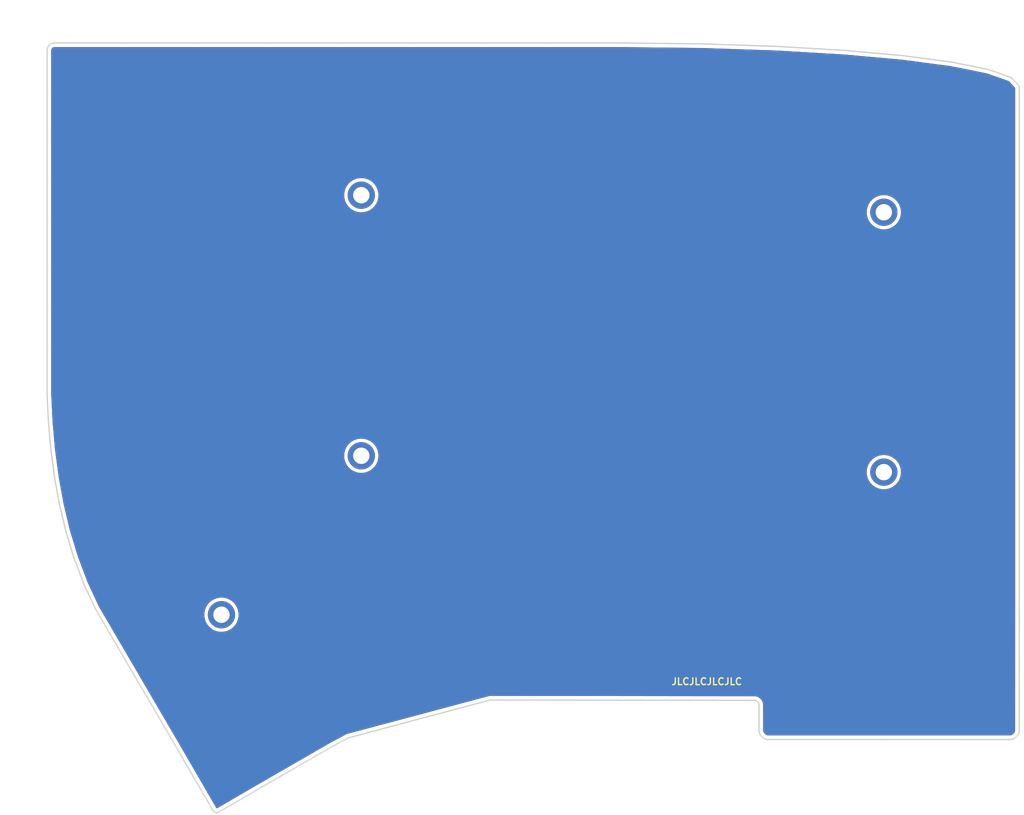
<source format=kicad_pcb>
(kicad_pcb (version 20171130) (host pcbnew "(5.1.5)-3")

  (general
    (thickness 1.6)
    (drawings 94)
    (tracks 0)
    (zones 0)
    (modules 5)
    (nets 1)
  )

  (page A4)
  (layers
    (0 F.Cu signal)
    (31 B.Cu signal)
    (32 B.Adhes user)
    (33 F.Adhes user)
    (34 B.Paste user)
    (35 F.Paste user)
    (36 B.SilkS user)
    (37 F.SilkS user)
    (38 B.Mask user)
    (39 F.Mask user)
    (40 Dwgs.User user)
    (41 Cmts.User user)
    (42 Eco1.User user)
    (43 Eco2.User user)
    (44 Edge.Cuts user)
    (45 Margin user)
    (46 B.CrtYd user)
    (47 F.CrtYd user)
    (48 B.Fab user)
    (49 F.Fab user)
  )

  (setup
    (last_trace_width 0.25)
    (user_trace_width 0.25)
    (user_trace_width 0.5)
    (trace_clearance 0.2)
    (zone_clearance 0.508)
    (zone_45_only no)
    (trace_min 0.2)
    (via_size 0.4)
    (via_drill 0.3)
    (via_min_size 0.3)
    (via_min_drill 0.3)
    (uvia_size 0.3)
    (uvia_drill 0.1)
    (uvias_allowed no)
    (uvia_min_size 0.2)
    (uvia_min_drill 0.1)
    (edge_width 0.15)
    (segment_width 0.2)
    (pcb_text_width 0.3)
    (pcb_text_size 1.5 1.5)
    (mod_edge_width 0.15)
    (mod_text_size 1 1)
    (mod_text_width 0.15)
    (pad_size 3.9878 3.9878)
    (pad_drill 3.9878)
    (pad_to_mask_clearance 0.2)
    (aux_axis_origin 0 0)
    (visible_elements 7FFFFFFF)
    (pcbplotparams
      (layerselection 0x010f0_ffffffff)
      (usegerberextensions true)
      (usegerberattributes false)
      (usegerberadvancedattributes false)
      (creategerberjobfile false)
      (excludeedgelayer false)
      (linewidth 0.100000)
      (plotframeref true)
      (viasonmask false)
      (mode 1)
      (useauxorigin false)
      (hpglpennumber 1)
      (hpglpenspeed 20)
      (hpglpendiameter 15.000000)
      (psnegative false)
      (psa4output false)
      (plotreference true)
      (plotvalue true)
      (plotinvisibletext false)
      (padsonsilk false)
      (subtractmaskfromsilk false)
      (outputformat 1)
      (mirror false)
      (drillshape 0)
      (scaleselection 1)
      (outputdirectory "gerber_BOTTOM/"))
  )

  (net 0 "")

  (net_class Default "これは標準のネット クラスです。"
    (clearance 0.2)
    (trace_width 0.25)
    (via_dia 0.4)
    (via_drill 0.3)
    (uvia_dia 0.3)
    (uvia_drill 0.1)
  )

  (net_class GND ""
    (clearance 0.2)
    (trace_width 0.5)
    (via_dia 0.4)
    (via_drill 0.3)
    (uvia_dia 0.3)
    (uvia_drill 0.1)
  )

  (net_class VCC ""
    (clearance 0.2)
    (trace_width 0.5)
    (via_dia 0.4)
    (via_drill 0.3)
    (uvia_dia 0.3)
    (uvia_drill 0.1)
  )

  (module Lily58_Pro-footprint:M2_HOLE_PCB (layer F.Cu) (tedit 5BA4F97A) (tstamp 5EB324C5)
    (at 129 59.4)
    (path /5B74DA95)
    (fp_text reference TH3 (at 0 -2.54) (layer F.SilkS) hide
      (effects (font (size 0.29972 0.29972) (thickness 0.0762)))
    )
    (fp_text value HOLE (at 0 2.54) (layer F.SilkS) hide
      (effects (font (size 0.29972 0.29972) (thickness 0.0762)))
    )
    (pad "" thru_hole circle (at 0 0) (size 4 4) (drill 2.4) (layers *.Cu *.Mask))
  )

  (module Lily58_Pro-footprint:M2_HOLE_PCB (layer F.Cu) (tedit 5BA4F97A) (tstamp 5EB324C9)
    (at 205.6 61.9)
    (path /5B74D1C0)
    (fp_text reference TH4 (at 0 -2.54) (layer F.SilkS) hide
      (effects (font (size 0.29972 0.29972) (thickness 0.0762)))
    )
    (fp_text value HOLE (at 0 2.54) (layer F.SilkS) hide
      (effects (font (size 0.29972 0.29972) (thickness 0.0762)))
    )
    (pad "" thru_hole circle (at 0 0) (size 4 4) (drill 2.4) (layers *.Cu *.Mask))
  )

  (module Lily58_Pro-footprint:M2_HOLE_PCB (layer F.Cu) (tedit 5BA4F97A) (tstamp 5EB324CD)
    (at 129 97.6)
    (path /5B74D78B)
    (fp_text reference TH5 (at 0 -2.54) (layer F.SilkS) hide
      (effects (font (size 0.29972 0.29972) (thickness 0.0762)))
    )
    (fp_text value HOLE (at 0 2.54) (layer F.SilkS) hide
      (effects (font (size 0.29972 0.29972) (thickness 0.0762)))
    )
    (pad "" thru_hole circle (at 0 0) (size 4 4) (drill 2.4) (layers *.Cu *.Mask))
  )

  (module Lily58_Pro-footprint:M2_HOLE_PCB (layer F.Cu) (tedit 5BA4F97A) (tstamp 5EB324D1)
    (at 205.6 100)
    (path /5B74D88C)
    (fp_text reference TH6 (at 0 -2.54) (layer F.SilkS) hide
      (effects (font (size 0.29972 0.29972) (thickness 0.0762)))
    )
    (fp_text value HOLE (at 0 2.54) (layer F.SilkS) hide
      (effects (font (size 0.29972 0.29972) (thickness 0.0762)))
    )
    (pad "" thru_hole circle (at 0 0) (size 4 4) (drill 2.4) (layers *.Cu *.Mask))
  )

  (module Lily58_Pro-footprint:M2_HOLE_PCB (layer F.Cu) (tedit 5BA4F97A) (tstamp 5EB324D5)
    (at 108.5 120.9 90)
    (path /5B74D98F)
    (fp_text reference TH7 (at 0 -2.54 90) (layer F.SilkS) hide
      (effects (font (size 0.29972 0.29972) (thickness 0.0762)))
    )
    (fp_text value HOLE (at 0 2.54 90) (layer F.SilkS) hide
      (effects (font (size 0.29972 0.29972) (thickness 0.0762)))
    )
    (pad "" thru_hole circle (at 0 0 90) (size 4 4) (drill 2.4) (layers *.Cu *.Mask))
  )

  (gr_text JLCJLCJLCJLC (at 179.65 130.7) (layer F.SilkS)
    (effects (font (size 1 1) (thickness 0.2)))
  )
  (gr_line (start 187.714087 138.785913) (end 187.530998 138.56396) (layer Edge.Cuts) (width 0.2) (tstamp 5EC17280))
  (gr_line (start 188.472504 139.194553) (end 188.190848 139.107217) (layer Edge.Cuts) (width 0.2) (tstamp 5EC1727F))
  (gr_line (start 187.530998 138.56396) (end 187.392782 138.309152) (layer Edge.Cuts) (width 0.2) (tstamp 5EC1727E))
  (gr_line (start 188.190848 139.107217) (end 187.936039 138.969001) (layer Edge.Cuts) (width 0.2) (tstamp 5EC1727D))
  (gr_line (start 187.392782 138.309152) (end 187.305447 138.027496) (layer Edge.Cuts) (width 0.2) (tstamp 5EC1727C))
  (gr_line (start 188.75 139.2) (end 188.472504 139.194553) (layer Edge.Cuts) (width 0.2) (tstamp 5EC1727B))
  (gr_line (start 187.936039 138.969001) (end 187.714087 138.785913) (layer Edge.Cuts) (width 0.2) (tstamp 5EC1727A))
  (gr_arc (start 186.6 134.15) (end 187.3 134.15) (angle -85.2) (layer Edge.Cuts) (width 0.2))
  (gr_line (start 124.667888 140.255128) (end 127.1 138.95) (layer Edge.Cuts) (width 0.2) (tstamp 5EC171C9))
  (gr_line (start 120.963416 142.391346) (end 124.667888 140.255128) (layer Edge.Cuts) (width 0.2) (tstamp 5EC171C7))
  (gr_line (start 117.258944 144.527564) (end 120.963416 142.391346) (layer Edge.Cuts) (width 0.2) (tstamp 5EC171C4))
  (gr_line (start 113.554472 146.663782) (end 117.258944 144.527564) (layer Edge.Cuts) (width 0.2) (tstamp 5EC171C2))
  (gr_line (start 225.459999 119.289735) (end 225.45 137.75) (layer Edge.Cuts) (width 0.2) (tstamp 5EC0B029))
  (gr_line (start 204.85 139.2) (end 224.277496 139.194553) (layer Edge.Cuts) (width 0.2) (tstamp 5EC0B022))
  (gr_line (start 225.357217 138.309152) (end 225.219001 138.563961) (layer Edge.Cuts) (width 0.2) (tstamp 5EC0B044))
  (gr_line (start 224.559152 139.107218) (end 224.277496 139.194553) (layer Edge.Cuts) (width 0.2) (tstamp 5EC0B04D))
  (gr_line (start 224.81396 138.969002) (end 224.559152 139.107218) (layer Edge.Cuts) (width 0.2) (tstamp 5EC0B050))
  (gr_line (start 225.035913 138.785913) (end 224.81396 138.969002) (layer Edge.Cuts) (width 0.2) (tstamp 5EC0B041))
  (gr_line (start 225.444553 138.027496) (end 225.357217 138.309152) (layer Edge.Cuts) (width 0.2) (tstamp 5EC0B047))
  (gr_line (start 225.219001 138.563961) (end 225.035913 138.785913) (layer Edge.Cuts) (width 0.2) (tstamp 5EC0B053))
  (gr_line (start 225.45 137.75) (end 225.444553 138.027496) (layer Edge.Cuts) (width 0.2) (tstamp 5EC0B04A))
  (gr_line (start 127.1 138.95) (end 147.9 133.4) (layer Edge.Cuts) (width 0.2) (tstamp 5EC0A14E))
  (gr_line (start 187.3 134.15) (end 187.305447 138.027496) (layer Edge.Cuts) (width 0.2) (tstamp 5EBFE3CE))
  (gr_line (start 147.9 133.4) (end 186.658574 133.452455) (layer Edge.Cuts) (width 0.2) (tstamp 5EBFCB54))
  (gr_line (start 109.882452 148.801617) (end 113.554472 146.663782) (layer Edge.Cuts) (width 0.2) (tstamp 5EBFB4AB))
  (gr_line (start 188.75 139.2) (end 204.85 139.2) (layer Edge.Cuts) (width 0.2) (tstamp 5EBFB1B0))
  (gr_line (start 82.937528 50.750629) (end 82.937528 44.443695) (layer Edge.Cuts) (width 0.2))
  (gr_line (start 82.937528 57.057562) (end 82.937528 50.750629) (layer Edge.Cuts) (width 0.2))
  (gr_line (start 115.211711 37.086762) (end 104.803877 37.086762) (layer Edge.Cuts) (width 0.2))
  (gr_line (start 199.807654 38.170488) (end 189.919538 37.585374) (layer Edge.Cuts) (width 0.2))
  (gr_line (start 208.420758 38.945561) (end 199.807654 38.170488) (layer Edge.Cuts) (width 0.2))
  (gr_line (start 215.525697 39.885159) (end 208.420758 38.945561) (layer Edge.Cuts) (width 0.2))
  (gr_line (start 220.889319 40.963847) (end 215.525697 39.885159) (layer Edge.Cuts) (width 0.2))
  (gr_line (start 178.989563 37.215654) (end 167.250881 37.086762) (layer Edge.Cuts) (width 0.2))
  (gr_line (start 189.919538 37.585374) (end 178.989563 37.215654) (layer Edge.Cuts) (width 0.2))
  (gr_line (start 225.46 52.918378) (end 225.46 62.4) (layer Edge.Cuts) (width 0.2))
  (gr_line (start 225.46 43.436755) (end 225.46 52.918378) (layer Edge.Cuts) (width 0.2))
  (gr_line (start 82.937528 69.671429) (end 82.937528 63.364495) (layer Edge.Cuts) (width 0.2))
  (gr_line (start 82.937528 75.978362) (end 82.937528 69.671429) (layer Edge.Cuts) (width 0.2))
  (gr_line (start 82.937528 82.285296) (end 82.937528 75.978362) (layer Edge.Cuts) (width 0.2))
  (gr_line (start 82.937528 88.592229) (end 82.937528 82.285296) (layer Edge.Cuts) (width 0.2))
  (gr_line (start 104.803877 37.086762) (end 94.396044 37.086762) (layer Edge.Cuts) (width 0.2))
  (gr_line (start 125.619545 37.086762) (end 115.211711 37.086762) (layer Edge.Cuts) (width 0.2))
  (gr_line (start 136.027379 37.086762) (end 125.619545 37.086762) (layer Edge.Cuts) (width 0.2))
  (gr_line (start 146.435213 37.086762) (end 136.027379 37.086762) (layer Edge.Cuts) (width 0.2))
  (gr_line (start 156.843047 37.086762) (end 146.435213 37.086762) (layer Edge.Cuts) (width 0.2))
  (gr_line (start 167.250881 37.086762) (end 156.843047 37.086762) (layer Edge.Cuts) (width 0.2))
  (gr_line (start 83.400937 37.265961) (end 83.579303 37.16921) (layer Edge.Cuts) (width 0.2))
  (gr_line (start 83.24557 37.394123) (end 83.400937 37.265961) (layer Edge.Cuts) (width 0.2))
  (gr_line (start 83.117409 37.549489) (end 83.24557 37.394123) (layer Edge.Cuts) (width 0.2))
  (gr_line (start 83.020657 37.727855) (end 83.117409 37.549489) (layer Edge.Cuts) (width 0.2))
  (gr_line (start 82.959523 37.925015) (end 83.020657 37.727855) (layer Edge.Cuts) (width 0.2))
  (gr_line (start 82.93821 38.136762) (end 82.959523 37.925015) (layer Edge.Cuts) (width 0.2))
  (gr_line (start 83.776462 37.108075) (end 83.98821 37.086762) (layer Edge.Cuts) (width 0.2))
  (gr_line (start 83.579303 37.16921) (end 83.776462 37.108075) (layer Edge.Cuts) (width 0.2))
  (gr_line (start 94.396044 37.086762) (end 83.98821 37.086762) (layer Edge.Cuts) (width 0.2))
  (gr_line (start 82.937528 63.364495) (end 82.937528 57.057562) (layer Edge.Cuts) (width 0.2))
  (gr_line (start 82.937528 44.443695) (end 82.937528 38.136762) (layer Edge.Cuts) (width 0.2))
  (gr_line (start 88.291758 116.318073) (end 89.993333 119.98954) (layer Edge.Cuts) (width 0.2))
  (gr_line (start 86.863105 112.53067) (end 88.291758 116.318073) (layer Edge.Cuts) (width 0.2))
  (gr_line (start 85.688004 108.649127) (end 86.863105 112.53067) (layer Edge.Cuts) (width 0.2))
  (gr_line (start 84.747083 104.695246) (end 85.688004 108.649127) (layer Edge.Cuts) (width 0.2))
  (gr_line (start 84.020972 100.690825) (end 84.747083 104.695246) (layer Edge.Cuts) (width 0.2))
  (gr_line (start 83.490297 96.657663) (end 84.020972 100.690825) (layer Edge.Cuts) (width 0.2))
  (gr_line (start 83.13569 92.617561) (end 83.490297 96.657663) (layer Edge.Cuts) (width 0.2))
  (gr_line (start 82.937777 88.592317) (end 83.13569 92.617561) (layer Edge.Cuts) (width 0.2))
  (gr_line (start 108.038864 149.857278) (end 108.206758 149.771756) (layer Edge.Cuts) (width 0.2) (tstamp 5EBFCE00))
  (gr_line (start 107.880206 149.904468) (end 108.038864 149.857278) (layer Edge.Cuts) (width 0.2) (tstamp 5EBFCE06))
  (gr_line (start 107.731252 149.913974) (end 107.880206 149.904468) (layer Edge.Cuts) (width 0.2) (tstamp 5EBFCE03))
  (gr_line (start 107.59247 149.886445) (end 107.731252 149.913974) (layer Edge.Cuts) (width 0.2) (tstamp 5EBFCDFA))
  (gr_line (start 107.464328 149.822532) (end 107.59247 149.886445) (layer Edge.Cuts) (width 0.2) (tstamp 5EBFCDFD))
  (gr_line (start 107.347295 149.722884) (end 107.464328 149.822532) (layer Edge.Cuts) (width 0.2) (tstamp 5EBFCDF7))
  (gr_line (start 107.241837 149.58815) (end 107.347295 149.722884) (layer Edge.Cuts) (width 0.2) (tstamp 5EBFCDF4))
  (gr_line (start 107.148425 149.418979) (end 107.241837 149.58815) (layer Edge.Cuts) (width 0.2) (tstamp 5EBFCDF1))
  (gr_line (start 108.206758 149.771756) (end 109.882452 148.801617) (layer Edge.Cuts) (width 0.2))
  (gr_line (start 101.72273 140.052659) (end 107.148425 149.418979) (layer Edge.Cuts) (width 0.2))
  (gr_line (start 100.047036 137.18634) (end 101.72273 140.052659) (layer Edge.Cuts) (width 0.2))
  (gr_line (start 98.371341 134.32002) (end 100.047036 137.18634) (layer Edge.Cuts) (width 0.2))
  (gr_line (start 96.695647 131.453701) (end 98.371341 134.32002) (layer Edge.Cuts) (width 0.2))
  (gr_line (start 95.019952 128.587381) (end 96.695647 131.453701) (layer Edge.Cuts) (width 0.2))
  (gr_line (start 93.344258 125.721062) (end 95.019952 128.587381) (layer Edge.Cuts) (width 0.2))
  (gr_line (start 91.668563 122.854742) (end 93.344258 125.721062) (layer Edge.Cuts) (width 0.2))
  (gr_line (start 89.992869 119.988423) (end 91.668563 122.854742) (layer Edge.Cuts) (width 0.2))
  (gr_line (start 224.278471 42.15619) (end 220.889319 40.963847) (layer Edge.Cuts) (width 0.2))
  (gr_line (start 225.46 43.436755) (end 224.278471 42.15619) (layer Edge.Cuts) (width 0.2))
  (gr_line (start 225.46 109.808112) (end 225.46 119.289735) (layer Edge.Cuts) (width 0.2))
  (gr_line (start 225.46 100.32649) (end 225.46 109.808112) (layer Edge.Cuts) (width 0.2))
  (gr_line (start 225.46 90.844867) (end 225.46 100.32649) (layer Edge.Cuts) (width 0.2))
  (gr_line (start 225.46 81.363245) (end 225.46 90.844867) (layer Edge.Cuts) (width 0.2))
  (gr_line (start 225.46 71.881623) (end 225.46 81.363245) (layer Edge.Cuts) (width 0.2))
  (gr_line (start 225.46 62.4) (end 225.46 71.881623) (layer Edge.Cuts) (width 0.2))
  (dimension 112.999378 (width 0.3) (layer Eco1.User)
    (gr_text "112.999 mm" (at 77.970326 93.495729 270.0605174) (layer Eco1.User)
      (effects (font (size 1.5 1.5) (thickness 0.3)))
    )
    (feature1 (pts (xy 83.13 149.99) (xy 79.543581 149.993788)))
    (feature2 (pts (xy 83.010647 36.990685) (xy 79.424228 36.994473)))
    (crossbar (pts (xy 80.010649 36.993854) (xy 80.130002 149.993169)))
    (arrow1a (pts (xy 80.130002 149.993169) (xy 79.542392 148.867285)))
    (arrow1b (pts (xy 80.130002 149.993169) (xy 80.715233 148.866046)))
    (arrow2a (pts (xy 80.010649 36.993854) (xy 79.425418 38.120977)))
    (arrow2b (pts (xy 80.010649 36.993854) (xy 80.598259 38.119738)))
  )
  (dimension 143 (width 0.3) (layer Eco1.User)
    (gr_text "143.000 mm" (at 154.5 31.888589) (layer Eco1.User)
      (effects (font (size 1.5 1.5) (thickness 0.3)))
    )
    (feature1 (pts (xy 226 36.988589) (xy 226 33.402168)))
    (feature2 (pts (xy 83 36.988589) (xy 83 33.402168)))
    (crossbar (pts (xy 83 33.988589) (xy 226 33.988589)))
    (arrow1a (pts (xy 226 33.988589) (xy 224.873496 34.57501)))
    (arrow1b (pts (xy 226 33.988589) (xy 224.873496 33.402168)))
    (arrow2a (pts (xy 83 33.988589) (xy 84.126504 34.57501)))
    (arrow2b (pts (xy 83 33.988589) (xy 84.126504 33.402168)))
  )

  (zone (net 0) (net_name "") (layer F.Cu) (tstamp 5EC10DF7) (hatch edge 0.508)
    (connect_pads (clearance 0.508))
    (min_thickness 0.254)
    (fill yes (arc_segments 16) (thermal_gap 0.508) (thermal_bridge_width 0.508))
    (polygon
      (pts
        (xy 83 37) (xy 225.4 37) (xy 225.4 120.5) (xy 225.55 138.5) (xy 224.6 139.3)
        (xy 206.45 139.3) (xy 187.2 139.3) (xy 187.2 134.1) (xy 186.7 133.55) (xy 147.95 133.5)
        (xy 127.15 139.05) (xy 107.55 150.25) (xy 90 119.6) (xy 83 102.6)
      )
    )
    (filled_polygon
      (pts
        (xy 178.973109 37.950518) (xy 189.885418 38.31964) (xy 199.752993 38.903539) (xy 208.339593 39.676226) (xy 215.404929 40.610587)
        (xy 220.693942 41.67427) (xy 223.862183 42.788894) (xy 224.725 43.724033) (xy 224.725001 52.882264) (xy 224.725 52.882274)
        (xy 224.725001 62.363886) (xy 224.725 62.363896) (xy 224.725001 71.845509) (xy 224.725 71.845519) (xy 224.725001 81.327131)
        (xy 224.725 81.327141) (xy 224.725001 90.808753) (xy 224.725 90.808763) (xy 224.725001 100.290376) (xy 224.725 100.290386)
        (xy 224.725001 109.771998) (xy 224.725 109.772008) (xy 224.725001 119.286472) (xy 224.715004 137.742605) (xy 224.711735 137.909121)
        (xy 224.676631 138.022331) (xy 224.606805 138.151059) (xy 224.513803 138.263804) (xy 224.401059 138.356806) (xy 224.272333 138.426631)
        (xy 224.166058 138.459584) (xy 204.852917 138.465) (xy 188.757174 138.465) (xy 188.590879 138.461735) (xy 188.477669 138.426631)
        (xy 188.348941 138.356805) (xy 188.236196 138.263803) (xy 188.143194 138.151059) (xy 188.073369 138.022333) (xy 188.04029 137.915651)
        (xy 188.034948 134.112863) (xy 188.03283 134.091662) (xy 188.028782 134.023528) (xy 188.020559 133.971605) (xy 188.015063 133.919321)
        (xy 188.012929 133.909283) (xy 187.983592 133.775854) (xy 187.962992 133.712454) (xy 187.943308 133.648865) (xy 187.939266 133.639432)
        (xy 187.884572 133.514242) (xy 187.852058 133.456066) (xy 187.820386 133.397489) (xy 187.814593 133.389029) (xy 187.81459 133.389024)
        (xy 187.814587 133.38902) (xy 187.736619 133.27684) (xy 187.693446 133.226113) (xy 187.650984 133.174784) (xy 187.643652 133.167603)
        (xy 187.545379 133.072702) (xy 187.493163 133.031316) (xy 187.441545 132.989217) (xy 187.432958 132.983597) (xy 187.318123 132.909591)
        (xy 187.25881 132.879109) (xy 187.200051 132.847866) (xy 187.190537 132.844021) (xy 187.063515 132.79373) (xy 186.999474 132.775367)
        (xy 186.935708 132.756115) (xy 186.925628 132.754192) (xy 186.83263 132.737124) (xy 186.803638 132.728286) (xy 186.695673 132.717505)
        (xy 147.912904 132.665017) (xy 147.852468 132.662975) (xy 147.804885 132.67078) (xy 147.756896 132.675441) (xy 147.699014 132.692914)
        (xy 126.932801 138.233899) (xy 126.884448 138.243599) (xy 126.829616 138.266417) (xy 126.77404 138.287268) (xy 126.732144 138.31326)
        (xy 124.342259 139.595729) (xy 124.331994 139.600373) (xy 124.310417 139.612816) (xy 124.288535 139.624558) (xy 124.279205 139.630814)
        (xy 120.627532 141.736587) (xy 120.627522 141.736591) (xy 116.92306 143.872805) (xy 116.92305 143.872809) (xy 113.217261 146.009788)
        (xy 113.215868 146.010425) (xy 113.185892 146.027877) (xy 113.156025 146.0451) (xy 113.154787 146.045986) (xy 109.513455 148.165956)
        (xy 107.855572 149.125783) (xy 107.832597 149.137486) (xy 107.805654 149.088691) (xy 107.80252 149.081802) (xy 107.788185 149.057056)
        (xy 107.774399 149.032089) (xy 107.77012 149.02587) (xy 102.376092 139.714219) (xy 102.375475 139.712876) (xy 102.357885 139.682788)
        (xy 102.340629 139.652999) (xy 102.339777 139.651814) (xy 100.663337 136.784219) (xy 100.663336 136.784218) (xy 99.024086 133.980237)
        (xy 97.311948 131.05158) (xy 97.311947 131.051579) (xy 93.960559 125.318941) (xy 93.960558 125.31894) (xy 92.284864 122.452621)
        (xy 91.225456 120.640475) (xy 105.865 120.640475) (xy 105.865 121.159525) (xy 105.966261 121.668601) (xy 106.164893 122.148141)
        (xy 106.453262 122.579715) (xy 106.820285 122.946738) (xy 107.251859 123.235107) (xy 107.731399 123.433739) (xy 108.240475 123.535)
        (xy 108.759525 123.535) (xy 109.268601 123.433739) (xy 109.748141 123.235107) (xy 110.179715 122.946738) (xy 110.546738 122.579715)
        (xy 110.835107 122.148141) (xy 111.033739 121.668601) (xy 111.135 121.159525) (xy 111.135 120.640475) (xy 111.033739 120.131399)
        (xy 110.835107 119.651859) (xy 110.546738 119.220285) (xy 110.179715 118.853262) (xy 109.748141 118.564893) (xy 109.268601 118.366261)
        (xy 108.759525 118.265) (xy 108.240475 118.265) (xy 107.731399 118.366261) (xy 107.251859 118.564893) (xy 106.820285 118.853262)
        (xy 106.453262 119.220285) (xy 106.164893 119.651859) (xy 105.966261 120.131399) (xy 105.865 120.640475) (xy 91.225456 120.640475)
        (xy 90.644772 119.6472) (xy 88.969949 116.033455) (xy 87.559469 112.294231) (xy 86.397902 108.457396) (xy 85.466732 104.544488)
        (xy 84.747363 100.577251) (xy 84.321475 97.340475) (xy 126.365 97.340475) (xy 126.365 97.859525) (xy 126.466261 98.368601)
        (xy 126.664893 98.848141) (xy 126.953262 99.279715) (xy 127.320285 99.646738) (xy 127.751859 99.935107) (xy 128.231399 100.133739)
        (xy 128.740475 100.235) (xy 129.259525 100.235) (xy 129.768601 100.133739) (xy 130.248141 99.935107) (xy 130.539427 99.740475)
        (xy 202.965 99.740475) (xy 202.965 100.259525) (xy 203.066261 100.768601) (xy 203.264893 101.248141) (xy 203.553262 101.679715)
        (xy 203.920285 102.046738) (xy 204.351859 102.335107) (xy 204.831399 102.533739) (xy 205.340475 102.635) (xy 205.859525 102.635)
        (xy 206.368601 102.533739) (xy 206.848141 102.335107) (xy 207.279715 102.046738) (xy 207.646738 101.679715) (xy 207.935107 101.248141)
        (xy 208.133739 100.768601) (xy 208.235 100.259525) (xy 208.235 99.740475) (xy 208.133739 99.231399) (xy 207.935107 98.751859)
        (xy 207.646738 98.320285) (xy 207.279715 97.953262) (xy 206.848141 97.664893) (xy 206.368601 97.466261) (xy 205.859525 97.365)
        (xy 205.340475 97.365) (xy 204.831399 97.466261) (xy 204.351859 97.664893) (xy 203.920285 97.953262) (xy 203.553262 98.320285)
        (xy 203.264893 98.751859) (xy 203.066261 99.231399) (xy 202.965 99.740475) (xy 130.539427 99.740475) (xy 130.679715 99.646738)
        (xy 131.046738 99.279715) (xy 131.335107 98.848141) (xy 131.533739 98.368601) (xy 131.635 97.859525) (xy 131.635 97.340475)
        (xy 131.533739 96.831399) (xy 131.335107 96.351859) (xy 131.046738 95.920285) (xy 130.679715 95.553262) (xy 130.248141 95.264893)
        (xy 129.768601 95.066261) (xy 129.259525 94.965) (xy 128.740475 94.965) (xy 128.231399 95.066261) (xy 127.751859 95.264893)
        (xy 127.320285 95.553262) (xy 126.953262 95.920285) (xy 126.664893 96.351859) (xy 126.466261 96.831399) (xy 126.365 97.340475)
        (xy 84.321475 97.340475) (xy 84.221091 96.577555) (xy 83.86911 92.567363) (xy 83.672528 88.569197) (xy 83.672528 59.140475)
        (xy 126.365 59.140475) (xy 126.365 59.659525) (xy 126.466261 60.168601) (xy 126.664893 60.648141) (xy 126.953262 61.079715)
        (xy 127.320285 61.446738) (xy 127.751859 61.735107) (xy 128.231399 61.933739) (xy 128.740475 62.035) (xy 129.259525 62.035)
        (xy 129.768601 61.933739) (xy 130.248141 61.735107) (xy 130.389767 61.640475) (xy 202.965 61.640475) (xy 202.965 62.159525)
        (xy 203.066261 62.668601) (xy 203.264893 63.148141) (xy 203.553262 63.579715) (xy 203.920285 63.946738) (xy 204.351859 64.235107)
        (xy 204.831399 64.433739) (xy 205.340475 64.535) (xy 205.859525 64.535) (xy 206.368601 64.433739) (xy 206.848141 64.235107)
        (xy 207.279715 63.946738) (xy 207.646738 63.579715) (xy 207.935107 63.148141) (xy 208.133739 62.668601) (xy 208.235 62.159525)
        (xy 208.235 61.640475) (xy 208.133739 61.131399) (xy 207.935107 60.651859) (xy 207.646738 60.220285) (xy 207.279715 59.853262)
        (xy 206.848141 59.564893) (xy 206.368601 59.366261) (xy 205.859525 59.265) (xy 205.340475 59.265) (xy 204.831399 59.366261)
        (xy 204.351859 59.564893) (xy 203.920285 59.853262) (xy 203.553262 60.220285) (xy 203.264893 60.651859) (xy 203.066261 61.131399)
        (xy 202.965 61.640475) (xy 130.389767 61.640475) (xy 130.679715 61.446738) (xy 131.046738 61.079715) (xy 131.335107 60.648141)
        (xy 131.533739 60.168601) (xy 131.635 59.659525) (xy 131.635 59.140475) (xy 131.533739 58.631399) (xy 131.335107 58.151859)
        (xy 131.046738 57.720285) (xy 130.679715 57.353262) (xy 130.248141 57.064893) (xy 129.768601 56.866261) (xy 129.259525 56.765)
        (xy 128.740475 56.765) (xy 128.231399 56.866261) (xy 127.751859 57.064893) (xy 127.320285 57.353262) (xy 126.953262 57.720285)
        (xy 126.664893 58.151859) (xy 126.466261 58.631399) (xy 126.365 59.140475) (xy 83.672528 59.140475) (xy 83.672528 38.180432)
        (xy 83.683429 38.072131) (xy 83.701245 38.014674) (xy 83.729605 37.962391) (xy 83.767682 37.916231) (xy 83.813837 37.878158)
        (xy 83.866124 37.849796) (xy 83.923577 37.831981) (xy 84.025104 37.821762) (xy 167.246872 37.821762)
      )
    )
  )
  (zone (net 0) (net_name "") (layer B.Cu) (tstamp 5EC10DF4) (hatch edge 0.508)
    (connect_pads (clearance 0.508))
    (min_thickness 0.254)
    (fill yes (arc_segments 16) (thermal_gap 0.508) (thermal_bridge_width 0.508))
    (polygon
      (pts
        (xy 83 37) (xy 225.4 37) (xy 225.4 120.8) (xy 225.55 138.5) (xy 224.6 139.3)
        (xy 206.45 139.3) (xy 187.2 139.3) (xy 187.2 134.1) (xy 186.7 133.55) (xy 148 133.5)
        (xy 127.15 139.05) (xy 107.55 150.25) (xy 90 120) (xy 83 103)
      )
    )
    (filled_polygon
      (pts
        (xy 178.973109 37.950518) (xy 189.885418 38.31964) (xy 199.752993 38.903539) (xy 208.339593 39.676226) (xy 215.404929 40.610587)
        (xy 220.693942 41.67427) (xy 223.862183 42.788894) (xy 224.725 43.724033) (xy 224.725001 52.882264) (xy 224.725 52.882274)
        (xy 224.725001 62.363886) (xy 224.725 62.363896) (xy 224.725001 71.845509) (xy 224.725 71.845519) (xy 224.725001 81.327131)
        (xy 224.725 81.327141) (xy 224.725001 90.808753) (xy 224.725 90.808763) (xy 224.725001 100.290376) (xy 224.725 100.290386)
        (xy 224.725001 109.771998) (xy 224.725 109.772008) (xy 224.725001 119.286472) (xy 224.715004 137.742605) (xy 224.711735 137.909121)
        (xy 224.676631 138.022331) (xy 224.606805 138.151059) (xy 224.513803 138.263804) (xy 224.401059 138.356806) (xy 224.272333 138.426631)
        (xy 224.166058 138.459584) (xy 204.852917 138.465) (xy 188.757174 138.465) (xy 188.590879 138.461735) (xy 188.477669 138.426631)
        (xy 188.348941 138.356805) (xy 188.236196 138.263803) (xy 188.143194 138.151059) (xy 188.073369 138.022333) (xy 188.04029 137.915651)
        (xy 188.034948 134.112863) (xy 188.03283 134.091662) (xy 188.028782 134.023528) (xy 188.020559 133.971605) (xy 188.015063 133.919321)
        (xy 188.012929 133.909283) (xy 187.983592 133.775854) (xy 187.962992 133.712454) (xy 187.943308 133.648865) (xy 187.939266 133.639432)
        (xy 187.884572 133.514242) (xy 187.852058 133.456066) (xy 187.820386 133.397489) (xy 187.814593 133.389029) (xy 187.81459 133.389024)
        (xy 187.814587 133.38902) (xy 187.736619 133.27684) (xy 187.693446 133.226113) (xy 187.650984 133.174784) (xy 187.643652 133.167603)
        (xy 187.545379 133.072702) (xy 187.493163 133.031316) (xy 187.441545 132.989217) (xy 187.432958 132.983597) (xy 187.318123 132.909591)
        (xy 187.25881 132.879109) (xy 187.200051 132.847866) (xy 187.190537 132.844021) (xy 187.063515 132.79373) (xy 186.999474 132.775367)
        (xy 186.935708 132.756115) (xy 186.925628 132.754192) (xy 186.83263 132.737124) (xy 186.803638 132.728286) (xy 186.695673 132.717505)
        (xy 147.912904 132.665017) (xy 147.852468 132.662975) (xy 147.804885 132.67078) (xy 147.756896 132.675441) (xy 147.699014 132.692914)
        (xy 126.932801 138.233899) (xy 126.884448 138.243599) (xy 126.829616 138.266417) (xy 126.77404 138.287268) (xy 126.732144 138.31326)
        (xy 124.342259 139.595729) (xy 124.331994 139.600373) (xy 124.310417 139.612816) (xy 124.288535 139.624558) (xy 124.279205 139.630814)
        (xy 120.627532 141.736587) (xy 120.627522 141.736591) (xy 116.92306 143.872805) (xy 116.92305 143.872809) (xy 113.217261 146.009788)
        (xy 113.215868 146.010425) (xy 113.185892 146.027877) (xy 113.156025 146.0451) (xy 113.154787 146.045986) (xy 109.513455 148.165956)
        (xy 107.855572 149.125783) (xy 107.832597 149.137486) (xy 107.805654 149.088691) (xy 107.80252 149.081802) (xy 107.788185 149.057056)
        (xy 107.774399 149.032089) (xy 107.77012 149.02587) (xy 102.376092 139.714219) (xy 102.375475 139.712876) (xy 102.357885 139.682788)
        (xy 102.340629 139.652999) (xy 102.339777 139.651814) (xy 100.663337 136.784219) (xy 100.663336 136.784218) (xy 99.024086 133.980237)
        (xy 97.311948 131.05158) (xy 97.311947 131.051579) (xy 93.960559 125.318941) (xy 93.960558 125.31894) (xy 92.284864 122.452621)
        (xy 91.225456 120.640475) (xy 105.865 120.640475) (xy 105.865 121.159525) (xy 105.966261 121.668601) (xy 106.164893 122.148141)
        (xy 106.453262 122.579715) (xy 106.820285 122.946738) (xy 107.251859 123.235107) (xy 107.731399 123.433739) (xy 108.240475 123.535)
        (xy 108.759525 123.535) (xy 109.268601 123.433739) (xy 109.748141 123.235107) (xy 110.179715 122.946738) (xy 110.546738 122.579715)
        (xy 110.835107 122.148141) (xy 111.033739 121.668601) (xy 111.135 121.159525) (xy 111.135 120.640475) (xy 111.033739 120.131399)
        (xy 110.835107 119.651859) (xy 110.546738 119.220285) (xy 110.179715 118.853262) (xy 109.748141 118.564893) (xy 109.268601 118.366261)
        (xy 108.759525 118.265) (xy 108.240475 118.265) (xy 107.731399 118.366261) (xy 107.251859 118.564893) (xy 106.820285 118.853262)
        (xy 106.453262 119.220285) (xy 106.164893 119.651859) (xy 105.966261 120.131399) (xy 105.865 120.640475) (xy 91.225456 120.640475)
        (xy 90.644772 119.6472) (xy 88.969949 116.033455) (xy 87.559469 112.294231) (xy 86.397902 108.457396) (xy 85.466732 104.544488)
        (xy 84.747363 100.577251) (xy 84.321475 97.340475) (xy 126.365 97.340475) (xy 126.365 97.859525) (xy 126.466261 98.368601)
        (xy 126.664893 98.848141) (xy 126.953262 99.279715) (xy 127.320285 99.646738) (xy 127.751859 99.935107) (xy 128.231399 100.133739)
        (xy 128.740475 100.235) (xy 129.259525 100.235) (xy 129.768601 100.133739) (xy 130.248141 99.935107) (xy 130.539427 99.740475)
        (xy 202.965 99.740475) (xy 202.965 100.259525) (xy 203.066261 100.768601) (xy 203.264893 101.248141) (xy 203.553262 101.679715)
        (xy 203.920285 102.046738) (xy 204.351859 102.335107) (xy 204.831399 102.533739) (xy 205.340475 102.635) (xy 205.859525 102.635)
        (xy 206.368601 102.533739) (xy 206.848141 102.335107) (xy 207.279715 102.046738) (xy 207.646738 101.679715) (xy 207.935107 101.248141)
        (xy 208.133739 100.768601) (xy 208.235 100.259525) (xy 208.235 99.740475) (xy 208.133739 99.231399) (xy 207.935107 98.751859)
        (xy 207.646738 98.320285) (xy 207.279715 97.953262) (xy 206.848141 97.664893) (xy 206.368601 97.466261) (xy 205.859525 97.365)
        (xy 205.340475 97.365) (xy 204.831399 97.466261) (xy 204.351859 97.664893) (xy 203.920285 97.953262) (xy 203.553262 98.320285)
        (xy 203.264893 98.751859) (xy 203.066261 99.231399) (xy 202.965 99.740475) (xy 130.539427 99.740475) (xy 130.679715 99.646738)
        (xy 131.046738 99.279715) (xy 131.335107 98.848141) (xy 131.533739 98.368601) (xy 131.635 97.859525) (xy 131.635 97.340475)
        (xy 131.533739 96.831399) (xy 131.335107 96.351859) (xy 131.046738 95.920285) (xy 130.679715 95.553262) (xy 130.248141 95.264893)
        (xy 129.768601 95.066261) (xy 129.259525 94.965) (xy 128.740475 94.965) (xy 128.231399 95.066261) (xy 127.751859 95.264893)
        (xy 127.320285 95.553262) (xy 126.953262 95.920285) (xy 126.664893 96.351859) (xy 126.466261 96.831399) (xy 126.365 97.340475)
        (xy 84.321475 97.340475) (xy 84.221091 96.577555) (xy 83.86911 92.567363) (xy 83.672528 88.569197) (xy 83.672528 59.140475)
        (xy 126.365 59.140475) (xy 126.365 59.659525) (xy 126.466261 60.168601) (xy 126.664893 60.648141) (xy 126.953262 61.079715)
        (xy 127.320285 61.446738) (xy 127.751859 61.735107) (xy 128.231399 61.933739) (xy 128.740475 62.035) (xy 129.259525 62.035)
        (xy 129.768601 61.933739) (xy 130.248141 61.735107) (xy 130.389767 61.640475) (xy 202.965 61.640475) (xy 202.965 62.159525)
        (xy 203.066261 62.668601) (xy 203.264893 63.148141) (xy 203.553262 63.579715) (xy 203.920285 63.946738) (xy 204.351859 64.235107)
        (xy 204.831399 64.433739) (xy 205.340475 64.535) (xy 205.859525 64.535) (xy 206.368601 64.433739) (xy 206.848141 64.235107)
        (xy 207.279715 63.946738) (xy 207.646738 63.579715) (xy 207.935107 63.148141) (xy 208.133739 62.668601) (xy 208.235 62.159525)
        (xy 208.235 61.640475) (xy 208.133739 61.131399) (xy 207.935107 60.651859) (xy 207.646738 60.220285) (xy 207.279715 59.853262)
        (xy 206.848141 59.564893) (xy 206.368601 59.366261) (xy 205.859525 59.265) (xy 205.340475 59.265) (xy 204.831399 59.366261)
        (xy 204.351859 59.564893) (xy 203.920285 59.853262) (xy 203.553262 60.220285) (xy 203.264893 60.651859) (xy 203.066261 61.131399)
        (xy 202.965 61.640475) (xy 130.389767 61.640475) (xy 130.679715 61.446738) (xy 131.046738 61.079715) (xy 131.335107 60.648141)
        (xy 131.533739 60.168601) (xy 131.635 59.659525) (xy 131.635 59.140475) (xy 131.533739 58.631399) (xy 131.335107 58.151859)
        (xy 131.046738 57.720285) (xy 130.679715 57.353262) (xy 130.248141 57.064893) (xy 129.768601 56.866261) (xy 129.259525 56.765)
        (xy 128.740475 56.765) (xy 128.231399 56.866261) (xy 127.751859 57.064893) (xy 127.320285 57.353262) (xy 126.953262 57.720285)
        (xy 126.664893 58.151859) (xy 126.466261 58.631399) (xy 126.365 59.140475) (xy 83.672528 59.140475) (xy 83.672528 38.180432)
        (xy 83.683429 38.072131) (xy 83.701245 38.014674) (xy 83.729605 37.962391) (xy 83.767682 37.916231) (xy 83.813837 37.878158)
        (xy 83.866124 37.849796) (xy 83.923577 37.831981) (xy 84.025104 37.821762) (xy 167.246872 37.821762)
      )
    )
  )
)

</source>
